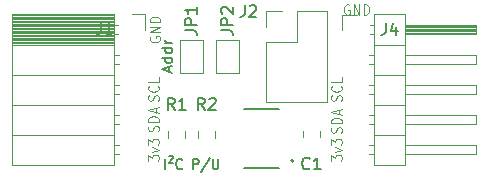
<source format=gbr>
G04 #@! TF.GenerationSoftware,KiCad,Pcbnew,5.0.0*
G04 #@! TF.CreationDate,2018-11-11T14:42:04-05:00*
G04 #@! TF.ProjectId,Barometer-Pi-Module,4261726F6D657465722D50692D4D6F64,rev?*
G04 #@! TF.SameCoordinates,Original*
G04 #@! TF.FileFunction,Legend,Top*
G04 #@! TF.FilePolarity,Positive*
%FSLAX46Y46*%
G04 Gerber Fmt 4.6, Leading zero omitted, Abs format (unit mm)*
G04 Created by KiCad (PCBNEW 5.0.0) date Sun Nov 11 14:42:04 2018*
%MOMM*%
%LPD*%
G01*
G04 APERTURE LIST*
%ADD10C,0.100000*%
%ADD11C,0.150000*%
%ADD12C,0.120000*%
%ADD13C,0.127000*%
%ADD14C,0.200000*%
G04 APERTURE END LIST*
D10*
X201320476Y-79179000D02*
X201244285Y-79136142D01*
X201130000Y-79136142D01*
X201015714Y-79179000D01*
X200939523Y-79264714D01*
X200901428Y-79350428D01*
X200863333Y-79521857D01*
X200863333Y-79650428D01*
X200901428Y-79821857D01*
X200939523Y-79907571D01*
X201015714Y-79993285D01*
X201130000Y-80036142D01*
X201206190Y-80036142D01*
X201320476Y-79993285D01*
X201358571Y-79950428D01*
X201358571Y-79650428D01*
X201206190Y-79650428D01*
X201701428Y-80036142D02*
X201701428Y-79136142D01*
X202158571Y-80036142D01*
X202158571Y-79136142D01*
X202539523Y-80036142D02*
X202539523Y-79136142D01*
X202730000Y-79136142D01*
X202844285Y-79179000D01*
X202920476Y-79264714D01*
X202958571Y-79350428D01*
X202996666Y-79521857D01*
X202996666Y-79650428D01*
X202958571Y-79821857D01*
X202920476Y-79907571D01*
X202844285Y-79993285D01*
X202730000Y-80036142D01*
X202539523Y-80036142D01*
X200643285Y-87312380D02*
X200686142Y-87198095D01*
X200686142Y-87007619D01*
X200643285Y-86931428D01*
X200600428Y-86893333D01*
X200514714Y-86855238D01*
X200429000Y-86855238D01*
X200343285Y-86893333D01*
X200300428Y-86931428D01*
X200257571Y-87007619D01*
X200214714Y-87160000D01*
X200171857Y-87236190D01*
X200129000Y-87274285D01*
X200043285Y-87312380D01*
X199957571Y-87312380D01*
X199871857Y-87274285D01*
X199829000Y-87236190D01*
X199786142Y-87160000D01*
X199786142Y-86969523D01*
X199829000Y-86855238D01*
X200600428Y-86055238D02*
X200643285Y-86093333D01*
X200686142Y-86207619D01*
X200686142Y-86283809D01*
X200643285Y-86398095D01*
X200557571Y-86474285D01*
X200471857Y-86512380D01*
X200300428Y-86550476D01*
X200171857Y-86550476D01*
X200000428Y-86512380D01*
X199914714Y-86474285D01*
X199829000Y-86398095D01*
X199786142Y-86283809D01*
X199786142Y-86207619D01*
X199829000Y-86093333D01*
X199871857Y-86055238D01*
X200686142Y-85331428D02*
X200686142Y-85712380D01*
X199786142Y-85712380D01*
X200643285Y-89998428D02*
X200686142Y-89884142D01*
X200686142Y-89693666D01*
X200643285Y-89617476D01*
X200600428Y-89579380D01*
X200514714Y-89541285D01*
X200429000Y-89541285D01*
X200343285Y-89579380D01*
X200300428Y-89617476D01*
X200257571Y-89693666D01*
X200214714Y-89846047D01*
X200171857Y-89922238D01*
X200129000Y-89960333D01*
X200043285Y-89998428D01*
X199957571Y-89998428D01*
X199871857Y-89960333D01*
X199829000Y-89922238D01*
X199786142Y-89846047D01*
X199786142Y-89655571D01*
X199829000Y-89541285D01*
X200686142Y-89198428D02*
X199786142Y-89198428D01*
X199786142Y-89007952D01*
X199829000Y-88893666D01*
X199914714Y-88817476D01*
X200000428Y-88779380D01*
X200171857Y-88741285D01*
X200300428Y-88741285D01*
X200471857Y-88779380D01*
X200557571Y-88817476D01*
X200643285Y-88893666D01*
X200686142Y-89007952D01*
X200686142Y-89198428D01*
X200429000Y-88436523D02*
X200429000Y-88055571D01*
X200686142Y-88512714D02*
X199786142Y-88246047D01*
X200686142Y-87979380D01*
X199786142Y-92392380D02*
X199786142Y-91897142D01*
X200129000Y-92163809D01*
X200129000Y-92049523D01*
X200171857Y-91973333D01*
X200214714Y-91935238D01*
X200300428Y-91897142D01*
X200514714Y-91897142D01*
X200600428Y-91935238D01*
X200643285Y-91973333D01*
X200686142Y-92049523D01*
X200686142Y-92278095D01*
X200643285Y-92354285D01*
X200600428Y-92392380D01*
X200086142Y-91630476D02*
X200686142Y-91440000D01*
X200086142Y-91249523D01*
X199786142Y-91020952D02*
X199786142Y-90525714D01*
X200129000Y-90792380D01*
X200129000Y-90678095D01*
X200171857Y-90601904D01*
X200214714Y-90563809D01*
X200300428Y-90525714D01*
X200514714Y-90525714D01*
X200600428Y-90563809D01*
X200643285Y-90601904D01*
X200686142Y-90678095D01*
X200686142Y-90906666D01*
X200643285Y-90982857D01*
X200600428Y-91020952D01*
X184462000Y-81889523D02*
X184419142Y-81965714D01*
X184419142Y-82080000D01*
X184462000Y-82194285D01*
X184547714Y-82270476D01*
X184633428Y-82308571D01*
X184804857Y-82346666D01*
X184933428Y-82346666D01*
X185104857Y-82308571D01*
X185190571Y-82270476D01*
X185276285Y-82194285D01*
X185319142Y-82080000D01*
X185319142Y-82003809D01*
X185276285Y-81889523D01*
X185233428Y-81851428D01*
X184933428Y-81851428D01*
X184933428Y-82003809D01*
X185319142Y-81508571D02*
X184419142Y-81508571D01*
X185319142Y-81051428D01*
X184419142Y-81051428D01*
X185319142Y-80670476D02*
X184419142Y-80670476D01*
X184419142Y-80480000D01*
X184462000Y-80365714D01*
X184547714Y-80289523D01*
X184633428Y-80251428D01*
X184804857Y-80213333D01*
X184933428Y-80213333D01*
X185104857Y-80251428D01*
X185190571Y-80289523D01*
X185276285Y-80365714D01*
X185319142Y-80480000D01*
X185319142Y-80670476D01*
X185149285Y-87312380D02*
X185192142Y-87198095D01*
X185192142Y-87007619D01*
X185149285Y-86931428D01*
X185106428Y-86893333D01*
X185020714Y-86855238D01*
X184935000Y-86855238D01*
X184849285Y-86893333D01*
X184806428Y-86931428D01*
X184763571Y-87007619D01*
X184720714Y-87160000D01*
X184677857Y-87236190D01*
X184635000Y-87274285D01*
X184549285Y-87312380D01*
X184463571Y-87312380D01*
X184377857Y-87274285D01*
X184335000Y-87236190D01*
X184292142Y-87160000D01*
X184292142Y-86969523D01*
X184335000Y-86855238D01*
X185106428Y-86055238D02*
X185149285Y-86093333D01*
X185192142Y-86207619D01*
X185192142Y-86283809D01*
X185149285Y-86398095D01*
X185063571Y-86474285D01*
X184977857Y-86512380D01*
X184806428Y-86550476D01*
X184677857Y-86550476D01*
X184506428Y-86512380D01*
X184420714Y-86474285D01*
X184335000Y-86398095D01*
X184292142Y-86283809D01*
X184292142Y-86207619D01*
X184335000Y-86093333D01*
X184377857Y-86055238D01*
X185192142Y-85331428D02*
X185192142Y-85712380D01*
X184292142Y-85712380D01*
X185149285Y-89871428D02*
X185192142Y-89757142D01*
X185192142Y-89566666D01*
X185149285Y-89490476D01*
X185106428Y-89452380D01*
X185020714Y-89414285D01*
X184935000Y-89414285D01*
X184849285Y-89452380D01*
X184806428Y-89490476D01*
X184763571Y-89566666D01*
X184720714Y-89719047D01*
X184677857Y-89795238D01*
X184635000Y-89833333D01*
X184549285Y-89871428D01*
X184463571Y-89871428D01*
X184377857Y-89833333D01*
X184335000Y-89795238D01*
X184292142Y-89719047D01*
X184292142Y-89528571D01*
X184335000Y-89414285D01*
X185192142Y-89071428D02*
X184292142Y-89071428D01*
X184292142Y-88880952D01*
X184335000Y-88766666D01*
X184420714Y-88690476D01*
X184506428Y-88652380D01*
X184677857Y-88614285D01*
X184806428Y-88614285D01*
X184977857Y-88652380D01*
X185063571Y-88690476D01*
X185149285Y-88766666D01*
X185192142Y-88880952D01*
X185192142Y-89071428D01*
X184935000Y-88309523D02*
X184935000Y-87928571D01*
X185192142Y-88385714D02*
X184292142Y-88119047D01*
X185192142Y-87852380D01*
X184292142Y-92392380D02*
X184292142Y-91897142D01*
X184635000Y-92163809D01*
X184635000Y-92049523D01*
X184677857Y-91973333D01*
X184720714Y-91935238D01*
X184806428Y-91897142D01*
X185020714Y-91897142D01*
X185106428Y-91935238D01*
X185149285Y-91973333D01*
X185192142Y-92049523D01*
X185192142Y-92278095D01*
X185149285Y-92354285D01*
X185106428Y-92392380D01*
X184592142Y-91630476D02*
X185192142Y-91440000D01*
X184592142Y-91249523D01*
X184292142Y-91020952D02*
X184292142Y-90525714D01*
X184635000Y-90792380D01*
X184635000Y-90678095D01*
X184677857Y-90601904D01*
X184720714Y-90563809D01*
X184806428Y-90525714D01*
X185020714Y-90525714D01*
X185106428Y-90563809D01*
X185149285Y-90601904D01*
X185192142Y-90678095D01*
X185192142Y-90906666D01*
X185149285Y-90982857D01*
X185106428Y-91020952D01*
D11*
X186078000Y-84873142D02*
X186078000Y-84444571D01*
X186335142Y-84958857D02*
X185435142Y-84658857D01*
X186335142Y-84358857D01*
X186335142Y-83673142D02*
X185435142Y-83673142D01*
X186292285Y-83673142D02*
X186335142Y-83758857D01*
X186335142Y-83930285D01*
X186292285Y-84016000D01*
X186249428Y-84058857D01*
X186163714Y-84101714D01*
X185906571Y-84101714D01*
X185820857Y-84058857D01*
X185778000Y-84016000D01*
X185735142Y-83930285D01*
X185735142Y-83758857D01*
X185778000Y-83673142D01*
X186335142Y-82858857D02*
X185435142Y-82858857D01*
X186292285Y-82858857D02*
X186335142Y-82944571D01*
X186335142Y-83116000D01*
X186292285Y-83201714D01*
X186249428Y-83244571D01*
X186163714Y-83287428D01*
X185906571Y-83287428D01*
X185820857Y-83244571D01*
X185778000Y-83201714D01*
X185735142Y-83116000D01*
X185735142Y-82944571D01*
X185778000Y-82858857D01*
X186335142Y-82430285D02*
X185735142Y-82430285D01*
X185906571Y-82430285D02*
X185820857Y-82387428D01*
X185778000Y-82344571D01*
X185735142Y-82258857D01*
X185735142Y-82173142D01*
X185712380Y-93117142D02*
X185712380Y-92217142D01*
X186055238Y-92002857D02*
X186131428Y-91960000D01*
X186245714Y-91960000D01*
X186321904Y-92002857D01*
X186360000Y-92088571D01*
X186360000Y-92174285D01*
X186321904Y-92260000D01*
X186055238Y-92560000D01*
X186360000Y-92560000D01*
X187160000Y-93031428D02*
X187121904Y-93074285D01*
X187007619Y-93117142D01*
X186931428Y-93117142D01*
X186817142Y-93074285D01*
X186740952Y-92988571D01*
X186702857Y-92902857D01*
X186664761Y-92731428D01*
X186664761Y-92602857D01*
X186702857Y-92431428D01*
X186740952Y-92345714D01*
X186817142Y-92260000D01*
X186931428Y-92217142D01*
X187007619Y-92217142D01*
X187121904Y-92260000D01*
X187160000Y-92302857D01*
X188112380Y-93117142D02*
X188112380Y-92217142D01*
X188417142Y-92217142D01*
X188493333Y-92260000D01*
X188531428Y-92302857D01*
X188569523Y-92388571D01*
X188569523Y-92517142D01*
X188531428Y-92602857D01*
X188493333Y-92645714D01*
X188417142Y-92688571D01*
X188112380Y-92688571D01*
X189483809Y-92174285D02*
X188798095Y-93331428D01*
X189750476Y-92217142D02*
X189750476Y-92945714D01*
X189788571Y-93031428D01*
X189826666Y-93074285D01*
X189902857Y-93117142D01*
X190055238Y-93117142D01*
X190131428Y-93074285D01*
X190169523Y-93031428D01*
X190207619Y-92945714D01*
X190207619Y-92217142D01*
D12*
G04 #@! TO.C,J2*
X194250000Y-87436000D02*
X199450000Y-87436000D01*
X194250000Y-82296000D02*
X194250000Y-87436000D01*
X199450000Y-79696000D02*
X199450000Y-87436000D01*
X194250000Y-82296000D02*
X196850000Y-82296000D01*
X196850000Y-82296000D02*
X196850000Y-79696000D01*
X196850000Y-79696000D02*
X199450000Y-79696000D01*
X194250000Y-81026000D02*
X194250000Y-79696000D01*
X194250000Y-79696000D02*
X195580000Y-79696000D01*
G04 #@! TO.C,JP2*
X190008000Y-82166000D02*
X192008000Y-82166000D01*
X190008000Y-84966000D02*
X190008000Y-82166000D01*
X192008000Y-84966000D02*
X190008000Y-84966000D01*
X192008000Y-82166000D02*
X192008000Y-84966000D01*
G04 #@! TO.C,JP1*
X186960000Y-82166000D02*
X188960000Y-82166000D01*
X186960000Y-84966000D02*
X186960000Y-82166000D01*
X188960000Y-84966000D02*
X186960000Y-84966000D01*
X188960000Y-82166000D02*
X188960000Y-84966000D01*
D13*
G04 #@! TO.C,U1*
X195367296Y-93013545D02*
X192367296Y-93013545D01*
X195367296Y-88013545D02*
X192367296Y-88013545D01*
D14*
X196594296Y-92386545D02*
G75*
G03X196594296Y-92386545I-100000J0D01*
G01*
D12*
G04 #@! TO.C,J4*
X200660000Y-80010000D02*
X201930000Y-80010000D01*
X200660000Y-81280000D02*
X200660000Y-80010000D01*
X202972929Y-91820000D02*
X203370000Y-91820000D01*
X202972929Y-91060000D02*
X203370000Y-91060000D01*
X212030000Y-91820000D02*
X206030000Y-91820000D01*
X212030000Y-91060000D02*
X212030000Y-91820000D01*
X206030000Y-91060000D02*
X212030000Y-91060000D01*
X203370000Y-90170000D02*
X206030000Y-90170000D01*
X202972929Y-89280000D02*
X203370000Y-89280000D01*
X202972929Y-88520000D02*
X203370000Y-88520000D01*
X212030000Y-89280000D02*
X206030000Y-89280000D01*
X212030000Y-88520000D02*
X212030000Y-89280000D01*
X206030000Y-88520000D02*
X212030000Y-88520000D01*
X203370000Y-87630000D02*
X206030000Y-87630000D01*
X202972929Y-86740000D02*
X203370000Y-86740000D01*
X202972929Y-85980000D02*
X203370000Y-85980000D01*
X212030000Y-86740000D02*
X206030000Y-86740000D01*
X212030000Y-85980000D02*
X212030000Y-86740000D01*
X206030000Y-85980000D02*
X212030000Y-85980000D01*
X203370000Y-85090000D02*
X206030000Y-85090000D01*
X202972929Y-84200000D02*
X203370000Y-84200000D01*
X202972929Y-83440000D02*
X203370000Y-83440000D01*
X212030000Y-84200000D02*
X206030000Y-84200000D01*
X212030000Y-83440000D02*
X212030000Y-84200000D01*
X206030000Y-83440000D02*
X212030000Y-83440000D01*
X203370000Y-82550000D02*
X206030000Y-82550000D01*
X203040000Y-81660000D02*
X203370000Y-81660000D01*
X203040000Y-80900000D02*
X203370000Y-80900000D01*
X206030000Y-81560000D02*
X212030000Y-81560000D01*
X206030000Y-81440000D02*
X212030000Y-81440000D01*
X206030000Y-81320000D02*
X212030000Y-81320000D01*
X206030000Y-81200000D02*
X212030000Y-81200000D01*
X206030000Y-81080000D02*
X212030000Y-81080000D01*
X206030000Y-80960000D02*
X212030000Y-80960000D01*
X212030000Y-81660000D02*
X206030000Y-81660000D01*
X212030000Y-80900000D02*
X212030000Y-81660000D01*
X206030000Y-80900000D02*
X212030000Y-80900000D01*
X206030000Y-79950000D02*
X203370000Y-79950000D01*
X206030000Y-92770000D02*
X206030000Y-79950000D01*
X203370000Y-92770000D02*
X206030000Y-92770000D01*
X203370000Y-79950000D02*
X203370000Y-92770000D01*
G04 #@! TO.C,J1*
X182880000Y-79950000D02*
X183990000Y-79950000D01*
X183990000Y-79950000D02*
X183990000Y-81280000D01*
X172790000Y-79950000D02*
X172790000Y-92770000D01*
X172790000Y-92770000D02*
X181420000Y-92770000D01*
X181420000Y-79950000D02*
X181420000Y-92770000D01*
X172790000Y-79950000D02*
X181420000Y-79950000D01*
X172790000Y-90170000D02*
X181420000Y-90170000D01*
X172790000Y-87630000D02*
X181420000Y-87630000D01*
X172790000Y-85090000D02*
X181420000Y-85090000D01*
X172790000Y-82550000D02*
X181420000Y-82550000D01*
X181420000Y-91800000D02*
X181830000Y-91800000D01*
X181420000Y-91080000D02*
X181830000Y-91080000D01*
X181420000Y-89260000D02*
X181830000Y-89260000D01*
X181420000Y-88540000D02*
X181830000Y-88540000D01*
X181420000Y-86720000D02*
X181830000Y-86720000D01*
X181420000Y-86000000D02*
X181830000Y-86000000D01*
X181420000Y-84180000D02*
X181830000Y-84180000D01*
X181420000Y-83460000D02*
X181830000Y-83460000D01*
X181420000Y-81640000D02*
X181770000Y-81640000D01*
X181420000Y-80920000D02*
X181770000Y-80920000D01*
X172790000Y-82431900D02*
X181420000Y-82431900D01*
X172790000Y-82313805D02*
X181420000Y-82313805D01*
X172790000Y-82195710D02*
X181420000Y-82195710D01*
X172790000Y-82077615D02*
X181420000Y-82077615D01*
X172790000Y-81959520D02*
X181420000Y-81959520D01*
X172790000Y-81841425D02*
X181420000Y-81841425D01*
X172790000Y-81723330D02*
X181420000Y-81723330D01*
X172790000Y-81605235D02*
X181420000Y-81605235D01*
X172790000Y-81487140D02*
X181420000Y-81487140D01*
X172790000Y-81369045D02*
X181420000Y-81369045D01*
X172790000Y-81250950D02*
X181420000Y-81250950D01*
X172790000Y-81132855D02*
X181420000Y-81132855D01*
X172790000Y-81014760D02*
X181420000Y-81014760D01*
X172790000Y-80896665D02*
X181420000Y-80896665D01*
X172790000Y-80778570D02*
X181420000Y-80778570D01*
X172790000Y-80660475D02*
X181420000Y-80660475D01*
X172790000Y-80542380D02*
X181420000Y-80542380D01*
X172790000Y-80424285D02*
X181420000Y-80424285D01*
X172790000Y-80306190D02*
X181420000Y-80306190D01*
X172790000Y-80188095D02*
X181420000Y-80188095D01*
X172790000Y-80070000D02*
X181420000Y-80070000D01*
G04 #@! TO.C,C1*
X197410000Y-90391123D02*
X197410000Y-89873967D01*
X198830000Y-90391123D02*
X198830000Y-89873967D01*
G04 #@! TO.C,R2*
X189940000Y-90428578D02*
X189940000Y-89911422D01*
X188520000Y-90428578D02*
X188520000Y-89911422D01*
G04 #@! TO.C,R1*
X185980000Y-90428578D02*
X185980000Y-89911422D01*
X187400000Y-90428578D02*
X187400000Y-89911422D01*
G04 #@! TO.C,J2*
D11*
X192452666Y-79208380D02*
X192452666Y-79922666D01*
X192405047Y-80065523D01*
X192309809Y-80160761D01*
X192166952Y-80208380D01*
X192071714Y-80208380D01*
X192881238Y-79303619D02*
X192928857Y-79256000D01*
X193024095Y-79208380D01*
X193262190Y-79208380D01*
X193357428Y-79256000D01*
X193405047Y-79303619D01*
X193452666Y-79398857D01*
X193452666Y-79494095D01*
X193405047Y-79636952D01*
X192833619Y-80208380D01*
X193452666Y-80208380D01*
G04 #@! TO.C,JP2*
X190460380Y-81351333D02*
X191174666Y-81351333D01*
X191317523Y-81398952D01*
X191412761Y-81494190D01*
X191460380Y-81637047D01*
X191460380Y-81732285D01*
X191460380Y-80875142D02*
X190460380Y-80875142D01*
X190460380Y-80494190D01*
X190508000Y-80398952D01*
X190555619Y-80351333D01*
X190650857Y-80303714D01*
X190793714Y-80303714D01*
X190888952Y-80351333D01*
X190936571Y-80398952D01*
X190984190Y-80494190D01*
X190984190Y-80875142D01*
X190555619Y-79922761D02*
X190508000Y-79875142D01*
X190460380Y-79779904D01*
X190460380Y-79541809D01*
X190508000Y-79446571D01*
X190555619Y-79398952D01*
X190650857Y-79351333D01*
X190746095Y-79351333D01*
X190888952Y-79398952D01*
X191460380Y-79970380D01*
X191460380Y-79351333D01*
G04 #@! TO.C,JP1*
X187412380Y-81351333D02*
X188126666Y-81351333D01*
X188269523Y-81398952D01*
X188364761Y-81494190D01*
X188412380Y-81637047D01*
X188412380Y-81732285D01*
X188412380Y-80875142D02*
X187412380Y-80875142D01*
X187412380Y-80494190D01*
X187460000Y-80398952D01*
X187507619Y-80351333D01*
X187602857Y-80303714D01*
X187745714Y-80303714D01*
X187840952Y-80351333D01*
X187888571Y-80398952D01*
X187936190Y-80494190D01*
X187936190Y-80875142D01*
X188412380Y-79351333D02*
X188412380Y-79922761D01*
X188412380Y-79637047D02*
X187412380Y-79637047D01*
X187555238Y-79732285D01*
X187650476Y-79827523D01*
X187698095Y-79922761D01*
G04 #@! TO.C,J4*
X204390666Y-80732380D02*
X204390666Y-81446666D01*
X204343047Y-81589523D01*
X204247809Y-81684761D01*
X204104952Y-81732380D01*
X204009714Y-81732380D01*
X205295428Y-81065714D02*
X205295428Y-81732380D01*
X205057333Y-80684761D02*
X204819238Y-81399047D01*
X205438285Y-81399047D01*
G04 #@! TO.C,J1*
X180260666Y-80732380D02*
X180260666Y-81446666D01*
X180213047Y-81589523D01*
X180117809Y-81684761D01*
X179974952Y-81732380D01*
X179879714Y-81732380D01*
X181260666Y-81732380D02*
X180689238Y-81732380D01*
X180974952Y-81732380D02*
X180974952Y-80732380D01*
X180879714Y-80875238D01*
X180784476Y-80970476D01*
X180689238Y-81018095D01*
G04 #@! TO.C,C1*
X197953333Y-93029687D02*
X197905714Y-93077306D01*
X197762857Y-93124925D01*
X197667619Y-93124925D01*
X197524761Y-93077306D01*
X197429523Y-92982068D01*
X197381904Y-92886830D01*
X197334285Y-92696354D01*
X197334285Y-92553497D01*
X197381904Y-92363021D01*
X197429523Y-92267783D01*
X197524761Y-92172545D01*
X197667619Y-92124925D01*
X197762857Y-92124925D01*
X197905714Y-92172545D01*
X197953333Y-92220164D01*
X198905714Y-93124925D02*
X198334285Y-93124925D01*
X198620000Y-93124925D02*
X198620000Y-92124925D01*
X198524761Y-92267783D01*
X198429523Y-92363021D01*
X198334285Y-92410640D01*
G04 #@! TO.C,R2*
X189063333Y-88082380D02*
X188730000Y-87606190D01*
X188491904Y-88082380D02*
X188491904Y-87082380D01*
X188872857Y-87082380D01*
X188968095Y-87130000D01*
X189015714Y-87177619D01*
X189063333Y-87272857D01*
X189063333Y-87415714D01*
X189015714Y-87510952D01*
X188968095Y-87558571D01*
X188872857Y-87606190D01*
X188491904Y-87606190D01*
X189444285Y-87177619D02*
X189491904Y-87130000D01*
X189587142Y-87082380D01*
X189825238Y-87082380D01*
X189920476Y-87130000D01*
X189968095Y-87177619D01*
X190015714Y-87272857D01*
X190015714Y-87368095D01*
X189968095Y-87510952D01*
X189396666Y-88082380D01*
X190015714Y-88082380D01*
G04 #@! TO.C,R1*
X186523333Y-88082380D02*
X186190000Y-87606190D01*
X185951904Y-88082380D02*
X185951904Y-87082380D01*
X186332857Y-87082380D01*
X186428095Y-87130000D01*
X186475714Y-87177619D01*
X186523333Y-87272857D01*
X186523333Y-87415714D01*
X186475714Y-87510952D01*
X186428095Y-87558571D01*
X186332857Y-87606190D01*
X185951904Y-87606190D01*
X187475714Y-88082380D02*
X186904285Y-88082380D01*
X187190000Y-88082380D02*
X187190000Y-87082380D01*
X187094761Y-87225238D01*
X186999523Y-87320476D01*
X186904285Y-87368095D01*
G04 #@! TD*
M02*

</source>
